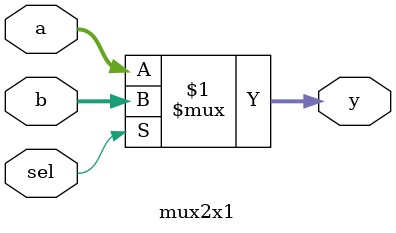
<source format=v>
`timescale 1ns/10ps
module mux2x1 (
    input wire [63:0] a,        // Input 1
    input wire [63:0] b,        // Input 2
    input wire sel,      // Select signal
    output wire [63:0] y        // Output
);

    // MUX logic: y = (sel == 0) ? a : b
    assign y = (sel) ? b : a;

endmodule

</source>
